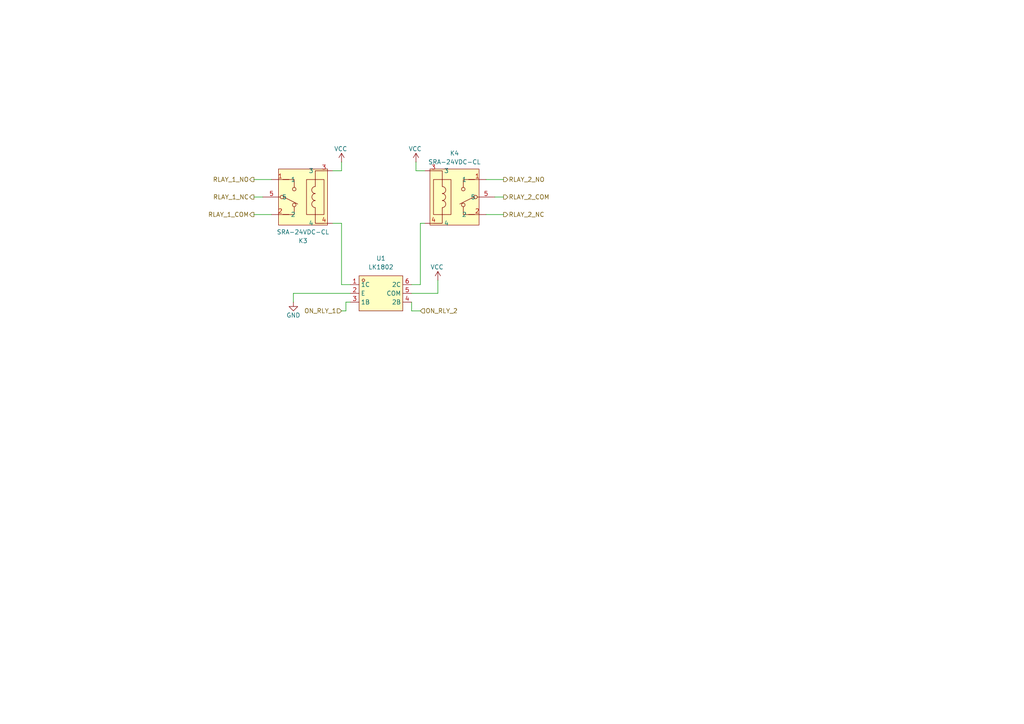
<source format=kicad_sch>
(kicad_sch (version 20250114) (generator "eeschema") (generator_version "9.0")
  (paper "A4")
  (lib_symbols
    (symbol "EDA:LK1802"
      (property "Reference" "U" (at 0 7.62 0))
      (property "Value" "LK1802" (at 0 -7.62 0))
      (symbol "LK1802_0_1"
        (rectangle (start -6.35 5.08) (end 6.35 -5.08) (fill (type background)))
        (circle (center -5.08 3.81) (radius 0.38))
        (pin unspecified line (at -8.89 2.54 0) (length 2.54) (name "1C") (number "1"))
        (pin unspecified line (at -8.89 0 0) (length 2.54) (name "E") (number "2"))
        (pin unspecified line (at -8.89 -2.54 0) (length 2.54) (name "1B") (number "3"))
        (pin unspecified line (at 8.89 2.54 180) (length 2.54) (name "2C") (number "6"))
        (pin unspecified line (at 8.89 0 180) (length 2.54) (name "COM") (number "5"))
        (pin unspecified line (at 8.89 -2.54 180) (length 2.54) (name "2B") (number "4"))
      )
    )
    (symbol "EDA:SRA-24VDC-CL"
      (property "Reference" "K" (at 0 12.7 0))
      (property "Value" "SRA-24VDC-CL" (at 0 -12.7 0))
      (symbol "SRA-24VDC-CL_0_1"
        (rectangle (start -8.64 8.13) (end 5.59 -8.13) (fill (type background)))
        (rectangle (start -7.62 5.08) (end -2.54 -5.08) (fill (type background)))
        (arc (start -5.08 1.02) (mid -4.0979 0) (end -5.08 -1.02))
        (arc (start -5.08 3.05) (mid -4.0743 2.035) (end -5.08 1.02))
        (arc (start -5.08 -1.02) (mid -4.0743 -2.035) (end -5.08 -3.05))
        (polyline (pts (xy -5.08 3.05) (xy -5.08 7.62) (xy -7.62 7.62)))
        (polyline (pts (xy -5.08 -3.05) (xy -5.08 -7.62) (xy -7.62 -7.62)))
        (polyline (pts (xy 0 -2.03) (xy 4.06 0)))
        (polyline (pts (xy 1.02 2.79) (xy 1.02 5.08) (xy 4.32 5.08)))
        (circle (center 1.02 2.29) (radius 0.51))
        (circle (center 1.02 -2.29) (radius 0.51))
        (polyline (pts (xy 1.02 -2.79) (xy 1.02 -5.08) (xy 4.32 -5.08)))
        (circle (center 4.57 0) (radius 0.51))
        (pin unspecified line (at -10.16 7.62 0) (length 5.08) (name "3") (number "3"))
        (pin unspecified line (at -10.16 -7.62 0) (length 5.08) (name "4") (number "4"))
        (pin unspecified line (at 7.62 5.08 180) (length 5.08) (name "1") (number "1"))
        (pin unspecified line (at 7.62 -5.08 180) (length 5.08) (name "2") (number "2"))
        (pin unspecified line (at 10.16 0 180) (length 5.08) (name "5") (number "5"))
      )
    )
    (symbol "power:GND" (power) (pin_numbers (hide yes)) (pin_names (offset 0) (hide yes))
      (property "Value" "GND" (at 0 -3.81 0))
      (symbol "GND_0_1"
        (polyline (pts (xy 0 0) (xy 0 -1.27) (xy 1.27 -1.27) (xy 0 -2.54) (xy -1.27 -1.27) (xy 0 -1.27)))
      )
      (symbol "GND_1_1"
        (pin power_in line (at 0 0 270) (length 0) (name "~") (number "1"))
      )
    )
    (symbol "power:VCC" (power) (pin_numbers (hide yes)) (pin_names (offset 0) (hide yes))
      (property "Value" "VCC" (at 0 3.556 0))
      (symbol "VCC_0_1"
        (polyline (pts (xy -0.762 1.27) (xy 0 2.54)))
        (polyline (pts (xy 0 2.54) (xy 0.762 1.27)))
        (polyline (pts (xy 0 0) (xy 0 2.54)))
      )
      (symbol "VCC_1_1"
        (pin power_in line (at 0 0 90) (length 0) (name "~") (number "1"))
      )
    )
  )
  (wire (pts (xy 120.65 46.99) (xy 120.65 49.53)))
  (wire (pts (xy 99.06 64.77) (xy 96.52 64.77)))
  (wire (pts (xy 100.33 87.63) (xy 100.33 90.17)))
  (wire (pts (xy 101.6 87.63) (xy 100.33 87.63)))
  (wire (pts (xy 101.6 85.09) (xy 85.09 85.09)))
  (wire (pts (xy 143.51 57.15) (xy 146.05 57.15)))
  (wire (pts (xy 73.66 52.07) (xy 78.74 52.07)))
  (wire (pts (xy 140.97 62.23) (xy 146.05 62.23)))
  (wire (pts (xy 121.92 82.55) (xy 121.92 64.77)))
  (wire (pts (xy 140.97 52.07) (xy 146.05 52.07)))
  (wire (pts (xy 73.66 62.23) (xy 78.74 62.23)))
  (wire (pts (xy 99.06 82.55) (xy 99.06 64.77)))
  (wire (pts (xy 119.38 90.17) (xy 119.38 87.63)))
  (wire (pts (xy 99.06 82.55) (xy 101.6 82.55)))
  (wire (pts (xy 119.38 85.09) (xy 127 85.09)))
  (wire (pts (xy 73.66 57.15) (xy 76.2 57.15)))
  (wire (pts (xy 100.33 90.17) (xy 99.06 90.17)))
  (wire (pts (xy 96.52 49.53) (xy 99.06 49.53)))
  (wire (pts (xy 99.06 49.53) (xy 99.06 46.99)))
  (wire (pts (xy 121.92 90.17) (xy 119.38 90.17)))
  (wire (pts (xy 123.19 49.53) (xy 120.65 49.53)))
  (wire (pts (xy 85.09 85.09) (xy 85.09 87.63)))
  (wire (pts (xy 121.92 64.77) (xy 123.19 64.77)))
  (wire (pts (xy 127 81.28) (xy 127 85.09)))
  (wire (pts (xy 121.92 82.55) (xy 119.38 82.55)))
  (hierarchical_label "RLAY_2_NC" (shape output) (at 146.05 62.23 0))
  (hierarchical_label "ON_RLY_2" (shape input) (at 121.92 90.17 0))
  (hierarchical_label "RLAY_1_NC" (shape output) (at 73.66 57.15 180))
  (hierarchical_label "RLAY_1_NO" (shape output) (at 73.66 52.07 180))
  (hierarchical_label "ON_RLY_1" (shape input) (at 99.06 90.17 180))
  (hierarchical_label "RLAY_2_NO" (shape output) (at 146.05 52.07 0))
  (hierarchical_label "RLAY_2_COM" (shape output) (at 146.05 57.15 0))
  (hierarchical_label "RLAY_1_COM" (shape output) (at 73.66 62.23 180))
  (symbol (lib_id "power:GND") (at 85.09 87.63 0) (unit 1)
    (property "Reference" "#PWR012" (effects (hide yes)))
    (property "Value" "GND" (at 85.09 91.44 0))
    (property "Description" "Power symbol creates a global label with name \"GND\" , ground" (effects (hide yes)))
  )
  (symbol (lib_id "EDA:LK1802") (at 110.49 85.09 0) (unit 1)
    (property "Reference" "U1" (at 110.49 74.93 0))
    (property "Value" "LK1802" (at 110.49 77.47 0))
    (property "Footprint" "EastEDA:LK1802" (effects (hide yes)))
    (property "LCSC Part" "C2984831" (effects (hide yes)))
  )
  (symbol (lib_id "power:VCC") (at 127 81.28 0) (unit 1)
    (property "Reference" "#PWR063" (effects (hide yes)))
    (property "Value" "VCC" (at 126.746 77.47 0))
    (property "Description" "Power symbol creates a global label with name \"VCC\"" (effects (hide yes)))
  )
  (symbol (lib_id "EDA:SRA-24VDC-CL") (at 86.36 57.15 0) (mirror y) (unit 1)
    (property "Reference" "K3" (at 87.885 69.85 0))
    (property "Value" "SRA-24VDC-CL" (at 87.885 67.31 0))
    (property "Footprint" "EastEDA:RELAY-TH_SRA-X-CX" (effects (hide yes)))
    (property "Datasheet" "https://lcsc.com/product-detail/Relays_SRA-24VDC-CL_C127865.html" (effects (hide yes)))
    (property "LCSC Part" "C127865" (effects (hide yes)))
  )
  (symbol (lib_id "power:VCC") (at 99.06 46.99 0) (unit 1)
    (property "Reference" "#PWR014" (effects (hide yes)))
    (property "Value" "VCC" (at 98.806 43.18 0))
    (property "Description" "Power symbol creates a global label with name \"VCC\"" (effects (hide yes)))
  )
  (symbol (lib_id "power:VCC") (at 120.65 46.99 0) (unit 1)
    (property "Reference" "#PWR039" (effects (hide yes)))
    (property "Value" "VCC" (at 120.396 43.18 0))
    (property "Description" "Power symbol creates a global label with name \"VCC\"" (effects (hide yes)))
  )
  (symbol (lib_id "EDA:SRA-24VDC-CL") (at 133.35 57.15 0) (unit 1)
    (property "Reference" "K4" (at 131.825 44.45 0))
    (property "Value" "SRA-24VDC-CL" (at 131.825 46.99 0))
    (property "Footprint" "EastEDA:RELAY-TH_SRA-X-CX" (effects (hide yes)))
    (property "Datasheet" "https://lcsc.com/product-detail/Relays_SRA-24VDC-CL_C127865.html" (effects (hide yes)))
    (property "LCSC Part" "C127865" (effects (hide yes)))
  )
)
</source>
